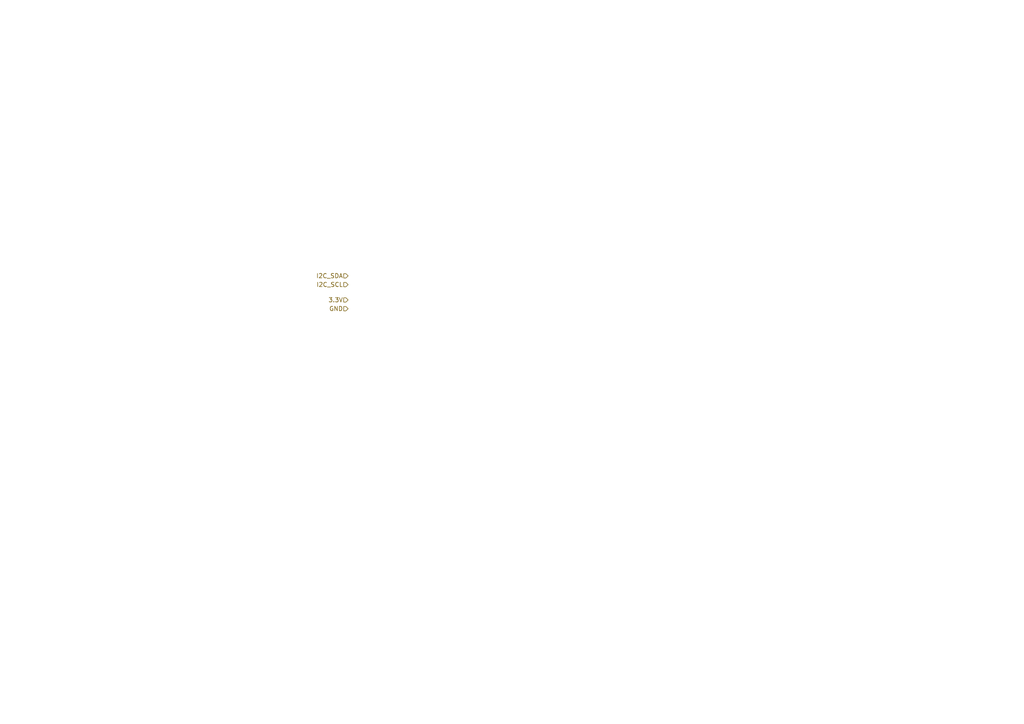
<source format=kicad_sch>
(kicad_sch (version 20230121) (generator eeschema)
  (paper "A4")
  (lib_symbols)
  (hierarchical_label "3.3V" (shape input) (at 100.965 86.995 180))
  (hierarchical_label "I2C_SDA" (shape input) (at 100.965 80.01 180))
  (hierarchical_label "I2C_SCL" (shape input) (at 100.965 82.55 180))
  (hierarchical_label "GND" (shape input) (at 100.965 89.535 180))
)
</source>
